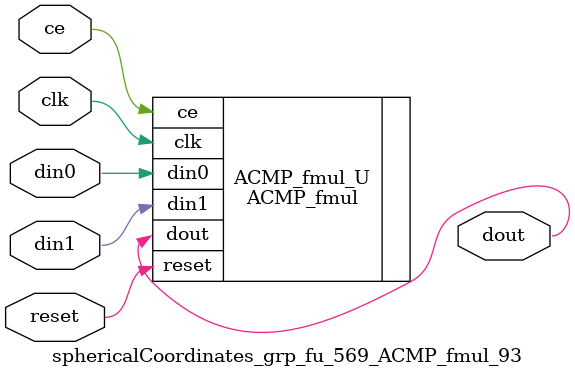
<source format=v>

`timescale 1 ns / 1 ps
module sphericalCoordinates_grp_fu_569_ACMP_fmul_93(
    clk,
    reset,
    ce,
    din0,
    din1,
    dout);

parameter ID = 32'd1;
parameter NUM_STAGE = 32'd1;
parameter din0_WIDTH = 32'd1;
parameter din1_WIDTH = 32'd1;
parameter dout_WIDTH = 32'd1;
input clk;
input reset;
input ce;
input[din0_WIDTH - 1:0] din0;
input[din1_WIDTH - 1:0] din1;
output[dout_WIDTH - 1:0] dout;



ACMP_fmul #(
.ID( ID ),
.NUM_STAGE( 4 ),
.din0_WIDTH( din0_WIDTH ),
.din1_WIDTH( din1_WIDTH ),
.dout_WIDTH( dout_WIDTH ))
ACMP_fmul_U(
    .clk( clk ),
    .reset( reset ),
    .ce( ce ),
    .din0( din0 ),
    .din1( din1 ),
    .dout( dout ));

endmodule

</source>
